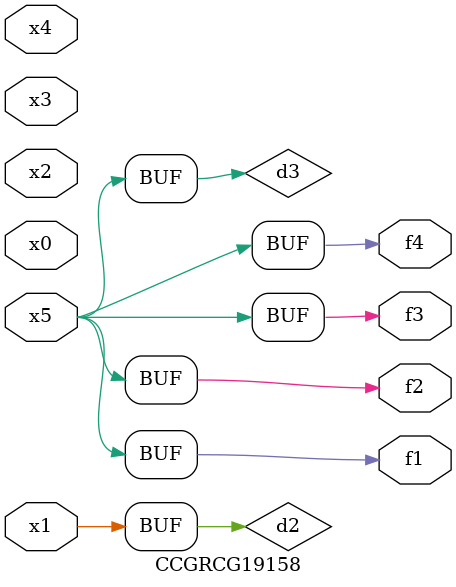
<source format=v>
module CCGRCG19158(
	input x0, x1, x2, x3, x4, x5,
	output f1, f2, f3, f4
);

	wire d1, d2, d3;

	not (d1, x5);
	or (d2, x1);
	xnor (d3, d1);
	assign f1 = d3;
	assign f2 = d3;
	assign f3 = d3;
	assign f4 = d3;
endmodule

</source>
